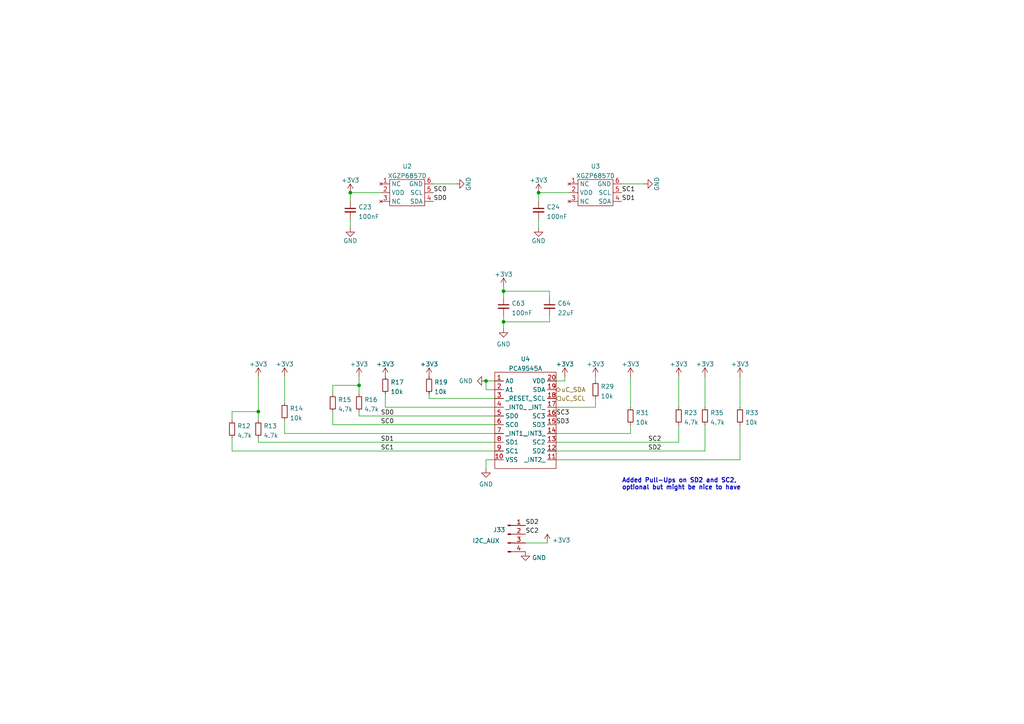
<source format=kicad_sch>
(kicad_sch (version 20211123) (generator eeschema)
  (paper "A4")
  (title_block (title "LumenPnP Motherboard") (date "2022-09-09") (rev "004A") (company "Opulo") (comment 1 "Reengineered by Magpie"))
  (lib_symbols
    (symbol "Connector:Conn_01x04_Male" (pin_names (offset 1.016) hide)
      (property "Reference" "J" (at 0 5.08 0))
      (property "Value" "Conn_01x04_Male" (at 0 -7.62 0))
      (symbol "Conn_01x04_Male_1_1"
        (polyline (pts (xy 1.27 -5.08) (xy 0.8636 -5.08)) (stroke (width 0.1524)))
        (polyline (pts (xy 1.27 -2.54) (xy 0.8636 -2.54)) (stroke (width 0.1524)))
        (polyline (pts (xy 1.27 0) (xy 0.8636 0)) (stroke (width 0.1524)))
        (polyline (pts (xy 1.27 2.54) (xy 0.8636 2.54)) (stroke (width 0.1524)))
        (rectangle (start 0.8636 -4.953) (end 0 -5.207) (stroke (width 0.1524)) (fill (type outline)))
        (rectangle (start 0.8636 -2.413) (end 0 -2.667) (stroke (width 0.1524)) (fill (type outline)))
        (rectangle (start 0.8636 0.127) (end 0 -0.127) (stroke (width 0.1524)) (fill (type outline)))
        (rectangle (start 0.8636 2.667) (end 0 2.413) (stroke (width 0.1524)) (fill (type outline)))
        (pin passive line (at 5.08 2.54 180) (length 3.81) (name "Pin_1") (number "1"))
        (pin passive line (at 5.08 0 180) (length 3.81) (name "Pin_2") (number "2"))
        (pin passive line (at 5.08 -2.54 180) (length 3.81) (name "Pin_3") (number "3"))
        (pin passive line (at 5.08 -5.08 180) (length 3.81) (name "Pin_4") (number "4"))
      )
    )
    (symbol "Device:C_Small" (pin_numbers hide) (pin_names (offset 0.254) hide)
      (property "Reference" "C" (at 0.254 1.778 0))
      (property "Value" "C_Small" (at 0.254 -2.032 0))
      (symbol "C_Small_0_1"
        (polyline (pts (xy -1.524 -0.508) (xy 1.524 -0.508)) (stroke (width 0.3302)))
        (polyline (pts (xy -1.524 0.508) (xy 1.524 0.508)) (stroke (width 0.3048)))
      )
      (symbol "C_Small_1_1"
        (pin passive line (at 0 2.54 270) (length 2.032) (name "~") (number "1"))
        (pin passive line (at 0 -2.54 90) (length 2.032) (name "~") (number "2"))
      )
    )
    (symbol "Device:R_Small" (pin_numbers hide) (pin_names (offset 0.254) hide)
      (property "Reference" "R" (at 0.762 0.508 0))
      (property "Value" "R_Small" (at 0.762 -1.016 0))
      (symbol "R_Small_0_1"
        (rectangle (start -0.762 1.778) (end 0.762 -1.778) (stroke (width 0.2032)))
      )
      (symbol "R_Small_1_1"
        (pin passive line (at 0 2.54 270) (length 0.762) (name "~") (number "1"))
        (pin passive line (at 0 -2.54 90) (length 0.762) (name "~") (number "2"))
      )
    )
    (symbol "index:PCA9545A"
      (property "Reference" "U4" (at 0 31.7795 0))
      (property "Value" "PCA9545A" (at 0 29.0044 0))
      (symbol "PCA9545A_0_1"
        (rectangle (start -8.89 27.94) (end 8.89 0))
      )
      (symbol "PCA9545A_1_1"
        (pin passive line (at -8.89 25.4 0) (length 2.54) (name "A0") (number "1"))
        (pin passive line (at -8.89 2.54 0) (length 2.54) (name "VSS") (number "10"))
        (pin passive line (at 8.89 2.54 180) (length 2.54) (name "_INT2_") (number "11"))
        (pin passive line (at 8.89 5.08 180) (length 2.54) (name "SD2") (number "12"))
        (pin passive line (at 8.89 7.62 180) (length 2.54) (name "SC2") (number "13"))
        (pin passive line (at 8.89 10.16 180) (length 2.54) (name "_INT3_") (number "14"))
        (pin passive line (at 8.89 12.7 180) (length 2.54) (name "SD3") (number "15"))
        (pin passive line (at 8.89 15.24 180) (length 2.54) (name "SC3") (number "16"))
        (pin passive line (at 8.89 17.78 180) (length 2.54) (name "_INT_") (number "17"))
        (pin passive line (at 8.89 20.32 180) (length 2.54) (name "SCL") (number "18"))
        (pin passive line (at 8.89 22.86 180) (length 2.54) (name "SDA") (number "19"))
        (pin passive line (at -8.89 22.86 0) (length 2.54) (name "A1") (number "2"))
        (pin passive line (at 8.89 25.4 180) (length 2.54) (name "VDD") (number "20"))
        (pin passive line (at -8.89 20.32 0) (length 2.54) (name "_RESET_") (number "3"))
        (pin passive line (at -8.89 17.78 0) (length 2.54) (name "_INT0_") (number "4"))
        (pin passive line (at -8.89 15.24 0) (length 2.54) (name "SD0") (number "5"))
        (pin passive line (at -8.89 12.7 0) (length 2.54) (name "SC0") (number "6"))
        (pin passive line (at -8.89 10.16 0) (length 2.54) (name "_INT1_") (number "7"))
        (pin passive line (at -8.89 7.62 0) (length 2.54) (name "SD1") (number "8"))
        (pin passive line (at -8.89 5.08 0) (length 2.54) (name "SC1") (number "9"))
      )
    )
    (symbol "index:XGZP6857D"
      (property "Reference" "U3" (at 0 7.6495 0))
      (property "Value" "XGZP6857D" (at 0 4.8744 0))
      (symbol "XGZP6857D_0_1"
        (rectangle (start -5.08 -3.81) (end 5.08 3.81))
      )
      (symbol "XGZP6857D_1_1"
        (pin no_connect line (at -7.62 2.54 0) (length 2.54) (name "NC") (number "1"))
        (pin passive line (at -7.62 0 0) (length 2.54) (name "VDD") (number "2"))
        (pin no_connect line (at -7.62 -2.54 0) (length 2.54) (name "NC") (number "3"))
        (pin passive line (at 7.62 -2.54 180) (length 2.54) (name "SDA") (number "4"))
        (pin passive line (at 7.62 0 180) (length 2.54) (name "SCL") (number "5"))
        (pin passive line (at 7.62 2.54 180) (length 2.54) (name "GND") (number "6"))
      )
    )
    (symbol "power:+3V3" (power) (pin_names (offset 0))
      (property "Value" "+3V3" (at 0 3.556 0))
      (symbol "+3V3_0_1"
        (polyline (pts (xy -0.762 1.27) (xy 0 2.54)))
        (polyline (pts (xy 0 0) (xy 0 2.54)))
        (polyline (pts (xy 0 2.54) (xy 0.762 1.27)))
      )
      (symbol "+3V3_1_1"
        (pin power_in line (at 0 0 90) (length 0) hide (name "+3V3") (number "1"))
      )
    )
    (symbol "power:GND" (power) (pin_names (offset 0))
      (property "Value" "GND" (at 0 -3.81 0))
      (symbol "GND_0_1"
        (polyline (pts (xy 0 0) (xy 0 -1.27) (xy 1.27 -1.27) (xy 0 -2.54) (xy -1.27 -1.27) (xy 0 -1.27)))
      )
      (symbol "GND_1_1"
        (pin power_in line (at 0 0 270) (length 0) hide (name "GND") (number "1"))
      )
    )
  )
  (junction (at 146.05 93.345))
  (junction (at 104.14 111.76))
  (junction (at 140.97 110.49))
  (junction (at 156.21 55.88))
  (junction (at 146.05 84.455))
  (junction (at 74.93 119.38))
  (junction (at 101.6 55.88))
  (wire (pts (xy 96.52 111.76) (xy 104.14 111.76)))
  (wire (pts (xy 204.47 123.19) (xy 204.47 130.81)))
  (wire (pts (xy 152.4 157.48) (xy 158.75 157.48)))
  (wire (pts (xy 104.14 119.38) (xy 104.14 120.65)))
  (wire (pts (xy 156.21 58.42) (xy 156.21 55.88)))
  (wire (pts (xy 159.385 93.345) (xy 159.385 91.44)))
  (wire (pts (xy 111.76 118.11) (xy 143.51 118.11)))
  (wire (pts (xy 196.85 123.19) (xy 196.85 128.27)))
  (wire (pts (xy 67.31 127) (xy 67.31 130.81)))
  (wire (pts (xy 182.88 109.22) (xy 182.88 118.11)))
  (wire (pts (xy 146.05 84.455) (xy 146.05 86.36)))
  (wire (pts (xy 204.47 109.22) (xy 204.47 118.11)))
  (wire (pts (xy 140.97 135.89) (xy 140.97 133.35)))
  (wire (pts (xy 214.63 109.22) (xy 214.63 118.11)))
  (wire (pts (xy 146.05 83.185) (xy 146.05 84.455)))
  (wire (pts (xy 182.88 125.73) (xy 182.88 123.19)))
  (wire (pts (xy 156.21 63.5) (xy 156.21 66.04)))
  (wire (pts (xy 146.05 84.455) (xy 159.385 84.455)))
  (wire (pts (xy 161.29 133.35) (xy 214.63 133.35)))
  (wire (pts (xy 67.31 119.38) (xy 74.93 119.38)))
  (wire (pts (xy 161.29 130.81) (xy 204.47 130.81)))
  (wire (pts (xy 140.97 133.35) (xy 143.51 133.35)))
  (wire (pts (xy 104.14 120.65) (xy 143.51 120.65)))
  (wire (pts (xy 140.97 110.49) (xy 143.51 110.49)))
  (wire (pts (xy 172.72 118.11) (xy 172.72 115.57)))
  (wire (pts (xy 74.93 127) (xy 74.93 128.27)))
  (wire (pts (xy 146.05 93.345) (xy 159.385 93.345)))
  (wire (pts (xy 159.385 84.455) (xy 159.385 86.36)))
  (wire (pts (xy 214.63 133.35) (xy 214.63 123.19)))
  (wire (pts (xy 156.21 55.88) (xy 165.1 55.88)))
  (wire (pts (xy 74.93 109.22) (xy 74.93 119.38)))
  (wire (pts (xy 82.55 109.22) (xy 82.55 116.84)))
  (wire (pts (xy 161.29 125.73) (xy 182.88 125.73)))
  (wire (pts (xy 67.31 130.81) (xy 143.51 130.81)))
  (wire (pts (xy 101.6 58.42) (xy 101.6 55.88)))
  (wire (pts (xy 140.97 110.49) (xy 140.97 113.03)))
  (wire (pts (xy 96.52 123.19) (xy 143.51 123.19)))
  (wire (pts (xy 124.46 115.57) (xy 143.51 115.57)))
  (wire (pts (xy 124.46 115.57) (xy 124.46 114.3)))
  (wire (pts (xy 111.76 114.3) (xy 111.76 118.11)))
  (wire (pts (xy 74.93 128.27) (xy 143.51 128.27)))
  (wire (pts (xy 146.05 91.44) (xy 146.05 93.345)))
  (wire (pts (xy 163.83 110.49) (xy 163.83 109.22)))
  (wire (pts (xy 74.93 119.38) (xy 74.93 121.92)))
  (wire (pts (xy 104.14 111.76) (xy 104.14 114.3)))
  (wire (pts (xy 101.6 55.88) (xy 110.49 55.88)))
  (wire (pts (xy 161.29 110.49) (xy 163.83 110.49)))
  (wire (pts (xy 96.52 114.3) (xy 96.52 111.76)))
  (wire (pts (xy 67.31 121.92) (xy 67.31 119.38)))
  (wire (pts (xy 180.34 53.34) (xy 186.69 53.34)))
  (wire (pts (xy 96.52 123.19) (xy 96.52 119.38)))
  (wire (pts (xy 82.55 125.73) (xy 143.51 125.73)))
  (wire (pts (xy 101.6 63.5) (xy 101.6 66.04)))
  (wire (pts (xy 125.73 53.34) (xy 132.08 53.34)))
  (wire (pts (xy 161.29 118.11) (xy 172.72 118.11)))
  (wire (pts (xy 196.85 109.22) (xy 196.85 118.11)))
  (wire (pts (xy 161.29 128.27) (xy 196.85 128.27)))
  (wire (pts (xy 82.55 121.92) (xy 82.55 125.73)))
  (wire (pts (xy 172.72 110.49) (xy 172.72 109.22)))
  (wire (pts (xy 146.05 95.25) (xy 146.05 93.345)))
  (wire (pts (xy 104.14 109.22) (xy 104.14 111.76)))
  (wire (pts (xy 143.51 113.03) (xy 140.97 113.03)))
  (text "Added Pull-Ups on SD2 and SC2,\noptional but might be nice to have" (at 180.34 142.24 0) (effects (font (size 1.27 1.27) (thickness 0.254) bold) (justify left bottom)))
  (label "SC1" (at 180.34 55.88 0))
  (label "SC3" (at 161.29 120.65 0))
  (label "SD1" (at 180.34 58.42 0))
  (label "SC2" (at 187.96 128.27 0))
  (label "SD0" (at 114.3 120.65 180))
  (label "SC0" (at 114.3 123.19 180))
  (label "SD3" (at 161.29 123.19 0))
  (label "SD2" (at 187.96 130.81 0))
  (label "SD2" (at 152.4 152.4 0))
  (label "SC2" (at 152.4 154.94 0))
  (label "SD0" (at 125.73 58.42 0))
  (label "SC1" (at 114.3 130.81 180))
  (label "SD1" (at 114.3 128.27 180))
  (label "SC0" (at 125.73 55.88 0))
  (hierarchical_label "uC_SCL" (shape input) (at 161.29 115.57 0))
  (hierarchical_label "uC_SDA" (shape bidirectional) (at 161.29 113.03 0))
  (symbol (lib_id "power:+3V3") (at 158.75 157.48 0) (unit 1)
    (property "Reference" "#PWR0250" (effects hide))
    (property "Value" "+3V3" (at 160.147 156.689 0) (effects (justify left)))
  )
  (symbol (lib_id "power:+3V3") (at 124.46 109.22 0) (unit 1)
    (property "Reference" "#PWR0241" (effects hide))
    (property "Value" "+3V3" (at 124.46 105.6155 0))
  )
  (symbol (lib_id "Device:R_Small") (at 196.85 120.65 0) (unit 1)
    (property "Reference" "R23" (at 198.3486 119.7415 0) (effects (justify left)))
    (property "Value" "4.7k" (at 198.3486 122.5166 0) (effects (justify left)))
    (property "Footprint" "Resistor_SMD:R_0805_2012Metric" (effects hide))
  )
  (symbol (lib_id "Connector:Conn_01x04_Male") (at 147.32 154.94 0) (unit 1)
    (property "Reference" "J33" (at 144.78 153.67 0))
    (property "Value" "I2C_AUX" (at 140.97 156.845 0))
    (property "Footprint" "Connector_PinHeader_2.54mm:PinHeader_1x04_P2.54mm_Vertical" (effects hide))
  )
  (symbol (lib_id "power:+3V3") (at 146.05 83.185 0) (unit 1)
    (property "Reference" "#PWR0131" (effects hide))
    (property "Value" "+3V3" (at 146.05 79.5805 0))
  )
  (symbol (lib_id "power:+3V3") (at 196.85 109.22 0) (unit 1)
    (property "Reference" "#PWR037" (effects hide))
    (property "Value" "+3V3" (at 196.85 105.6155 0))
  )
  (symbol (lib_id "power:+3V3") (at 163.83 109.22 0) (unit 1)
    (property "Reference" "#PWR0185" (effects hide))
    (property "Value" "+3V3" (at 163.83 105.6155 0))
  )
  (symbol (lib_id "Device:R_Small") (at 182.88 120.65 0) (unit 1)
    (property "Reference" "R31" (at 184.3786 119.7415 0) (effects (justify left)))
    (property "Value" "10k" (at 184.3786 122.5166 0) (effects (justify left)))
    (property "Footprint" "Resistor_SMD:R_0805_2012Metric" (effects hide))
  )
  (symbol (lib_id "Device:C_Small") (at 146.05 88.9 0) (unit 1)
    (property "Reference" "C63" (at 148.3741 87.9978 0) (effects (justify left)))
    (property "Value" "100nF" (at 148.3741 90.7729 0) (effects (justify left)))
    (property "Footprint" "Capacitor_SMD:C_0805_2012Metric" (effects hide))
  )
  (symbol (lib_id "power:GND") (at 156.21 66.04 0) (unit 1)
    (property "Reference" "#PWR0110" (effects hide))
    (property "Value" "GND" (at 156.21 69.85 0))
  )
  (symbol (lib_id "Device:R_Small") (at 204.47 120.65 0) (unit 1)
    (property "Reference" "R35" (at 205.9686 119.7415 0) (effects (justify left)))
    (property "Value" "4.7k" (at 205.9686 122.5166 0) (effects (justify left)))
    (property "Footprint" "Resistor_SMD:R_0805_2012Metric" (effects hide))
  )
  (symbol (lib_id "Device:R_Small") (at 82.55 119.38 0) (unit 1)
    (property "Reference" "R14" (at 84.0486 118.4715 0) (effects (justify left)))
    (property "Value" "10k" (at 84.0486 121.2466 0) (effects (justify left)))
    (property "Footprint" "Resistor_SMD:R_0805_2012Metric" (effects hide))
  )
  (symbol (lib_id "power:+3V3") (at 82.55 109.22 0) (unit 1)
    (property "Reference" "#PWR0112" (effects hide))
    (property "Value" "+3V3" (at 82.55 105.6155 0))
  )
  (symbol (lib_id "Device:R_Small") (at 124.46 111.76 0) (unit 1)
    (property "Reference" "R19" (at 125.9586 110.8515 0) (effects (justify left)))
    (property "Value" "10k" (at 125.9586 113.6266 0) (effects (justify left)))
    (property "Footprint" "Resistor_SMD:R_0805_2012Metric" (effects hide))
  )
  (symbol (lib_id "power:+3V3") (at 204.47 109.22 0) (unit 1)
    (property "Reference" "#PWR038" (effects hide))
    (property "Value" "+3V3" (at 204.47 105.6155 0))
  )
  (symbol (lib_id "Device:C_Small") (at 159.385 88.9 0) (unit 1)
    (property "Reference" "C64" (at 161.7091 87.9978 0) (effects (justify left)))
    (property "Value" "22uF" (at 161.7091 90.7729 0) (effects (justify left)))
    (property "Footprint" "Capacitor_SMD:C_0805_2012Metric" (effects hide))
  )
  (symbol (lib_id "Device:R_Small") (at 67.31 124.46 0) (unit 1)
    (property "Reference" "R12" (at 68.8086 123.5515 0) (effects (justify left)))
    (property "Value" "4.7k" (at 68.8086 126.3266 0) (effects (justify left)))
    (property "Footprint" "Resistor_SMD:R_0805_2012Metric" (effects hide))
  )
  (symbol (lib_id "power:GND") (at 132.08 53.34 90) (unit 1)
    (property "Reference" "#PWR0103" (effects hide))
    (property "Value" "GND" (at 135.89 53.34 0))
  )
  (symbol (lib_id "power:+3V3") (at 111.76 109.22 0) (unit 1)
    (property "Reference" "#PWR0186" (effects hide))
    (property "Value" "+3V3" (at 111.76 105.6155 0))
  )
  (symbol (lib_id "Device:C_Small") (at 101.6 60.96 0) (unit 1)
    (property "Reference" "C23" (at 103.9241 60.0578 0) (effects (justify left)))
    (property "Value" "100nF" (at 103.9241 62.8329 0) (effects (justify left)))
    (property "Footprint" "Capacitor_SMD:C_0805_2012Metric" (effects hide))
  )
  (symbol (lib_id "Device:R_Small") (at 74.93 124.46 0) (unit 1)
    (property "Reference" "R13" (at 76.4286 123.5515 0) (effects (justify left)))
    (property "Value" "4.7k" (at 76.4286 126.3266 0) (effects (justify left)))
    (property "Footprint" "Resistor_SMD:R_0805_2012Metric" (effects hide))
  )
  (symbol (lib_id "index:PCA9545A") (at 152.4 135.89 0) (unit 1)
    (property "Reference" "U4" (at 152.4 104.1105 0))
    (property "Value" "PCA9545A" (at 152.4 106.8856 0))
    (property "Footprint" "Package_SO:TSSOP-20_4.4x6.5mm_P0.65mm" (effects hide))
  )
  (symbol (lib_id "power:+3V3") (at 104.14 109.22 0) (unit 1)
    (property "Reference" "#PWR0240" (effects hide))
    (property "Value" "+3V3" (at 104.14 105.6155 0))
  )
  (symbol (lib_id "power:GND") (at 101.6 66.04 0) (unit 1)
    (property "Reference" "#PWR0107" (effects hide))
    (property "Value" "GND" (at 101.6 69.85 0))
  )
  (symbol (lib_id "Device:C_Small") (at 156.21 60.96 0) (unit 1)
    (property "Reference" "C24" (at 158.5341 60.0578 0) (effects (justify left)))
    (property "Value" "100nF" (at 158.5341 62.8329 0) (effects (justify left)))
    (property "Footprint" "Capacitor_SMD:C_0805_2012Metric" (effects hide))
  )
  (symbol (lib_id "power:+3V3") (at 214.63 109.22 0) (unit 1)
    (property "Reference" "#PWR0132" (effects hide))
    (property "Value" "+3V3" (at 214.63 105.6155 0))
  )
  (symbol (lib_id "power:+3V3") (at 101.6 55.88 0) (unit 1)
    (property "Reference" "#PWR0239" (effects hide))
    (property "Value" "+3V3" (at 101.6 52.2755 0))
  )
  (symbol (lib_id "index:XGZP6857D") (at 172.72 55.88 0) (unit 1)
    (property "Reference" "U3" (at 172.72 48.2305 0))
    (property "Value" "XGZP6857D" (at 172.72 51.0056 0))
    (property "Footprint" "index:XGZP6857D" (effects hide))
    (property "Datasheet" "https://www.cfsensor.com/static/upload/file/20220412/XGZP6857D%20Pressure%20Sensor%20Module%20V2.4.pdf" (effects hide))
  )
  (symbol (lib_id "power:+3V3") (at 74.93 109.22 0) (unit 1)
    (property "Reference" "#PWR0113" (effects hide))
    (property "Value" "+3V3" (at 74.93 105.6155 0))
  )
  (symbol (lib_id "power:+3V3") (at 172.72 109.22 0) (unit 1)
    (property "Reference" "#PWR0114" (effects hide))
    (property "Value" "+3V3" (at 172.72 105.6155 0))
  )
  (symbol (lib_id "power:+3V3") (at 182.88 109.22 0) (unit 1)
    (property "Reference" "#PWR0115" (effects hide))
    (property "Value" "+3V3" (at 182.88 105.6155 0))
  )
  (symbol (lib_id "power:GND") (at 152.4 160.02 0) (unit 1)
    (property "Reference" "#PWR0249" (effects hide))
    (property "Value" "GND" (at 154.305 161.769 0) (effects (justify left)))
  )
  (symbol (lib_id "Device:R_Small") (at 96.52 116.84 0) (unit 1)
    (property "Reference" "R15" (at 98.0186 115.9315 0) (effects (justify left)))
    (property "Value" "4.7k" (at 98.0186 118.7066 0) (effects (justify left)))
    (property "Footprint" "Resistor_SMD:R_0805_2012Metric" (effects hide))
  )
  (symbol (lib_id "power:GND") (at 140.97 110.49 270) (unit 1)
    (property "Reference" "#PWR0242" (effects hide))
    (property "Value" "GND" (at 137.16 110.4899 90) (effects (justify right)))
  )
  (symbol (lib_id "Device:R_Small") (at 172.72 113.03 0) (unit 1)
    (property "Reference" "R29" (at 174.2186 112.1215 0) (effects (justify left)))
    (property "Value" "10k" (at 174.2186 114.8966 0) (effects (justify left)))
    (property "Footprint" "Resistor_SMD:R_0805_2012Metric" (effects hide))
  )
  (symbol (lib_id "index:XGZP6857D") (at 118.11 55.88 0) (unit 1)
    (property "Reference" "U2" (at 118.11 48.2305 0))
    (property "Value" "XGZP6857D" (at 118.11 51.0056 0))
    (property "Footprint" "index:XGZP6857D" (effects hide))
    (property "Datasheet" "https://www.cfsensor.com/static/upload/file/20220412/XGZP6857D%20Pressure%20Sensor%20Module%20V2.4.pdf" (effects hide))
  )
  (symbol (lib_id "power:GND") (at 146.05 95.25 0) (unit 1)
    (property "Reference" "#PWR0133" (effects hide))
    (property "Value" "GND" (at 146.05 99.8125 0))
  )
  (symbol (lib_id "power:GND") (at 186.69 53.34 90) (unit 1)
    (property "Reference" "#PWR0109" (effects hide))
    (property "Value" "GND" (at 190.5 53.34 0))
  )
  (symbol (lib_id "Device:R_Small") (at 104.14 116.84 0) (unit 1)
    (property "Reference" "R16" (at 105.6386 115.9315 0) (effects (justify left)))
    (property "Value" "4.7k" (at 105.6386 118.7066 0) (effects (justify left)))
    (property "Footprint" "Resistor_SMD:R_0805_2012Metric" (effects hide))
  )
  (symbol (lib_id "Device:R_Small") (at 214.63 120.65 0) (unit 1)
    (property "Reference" "R33" (at 216.1286 119.7415 0) (effects (justify left)))
    (property "Value" "10k" (at 216.1286 122.5166 0) (effects (justify left)))
    (property "Footprint" "Resistor_SMD:R_0805_2012Metric" (effects hide))
  )
  (symbol (lib_id "power:GND") (at 140.97 135.89 0) (unit 1)
    (property "Reference" "#PWR0135" (effects hide))
    (property "Value" "GND" (at 140.97 140.4525 0))
  )
  (symbol (lib_id "power:+3V3") (at 156.21 55.88 0) (unit 1)
    (property "Reference" "#PWR0105" (effects hide))
    (property "Value" "+3V3" (at 156.21 52.2755 0))
  )
  (symbol (lib_id "Device:R_Small") (at 111.76 111.76 0) (unit 1)
    (property "Reference" "R17" (at 113.2586 110.8515 0) (effects (justify left)))
    (property "Value" "10k" (at 113.2586 113.6266 0) (effects (justify left)))
    (property "Footprint" "Resistor_SMD:R_0805_2012Metric" (effects hide))
  )
)
</source>
